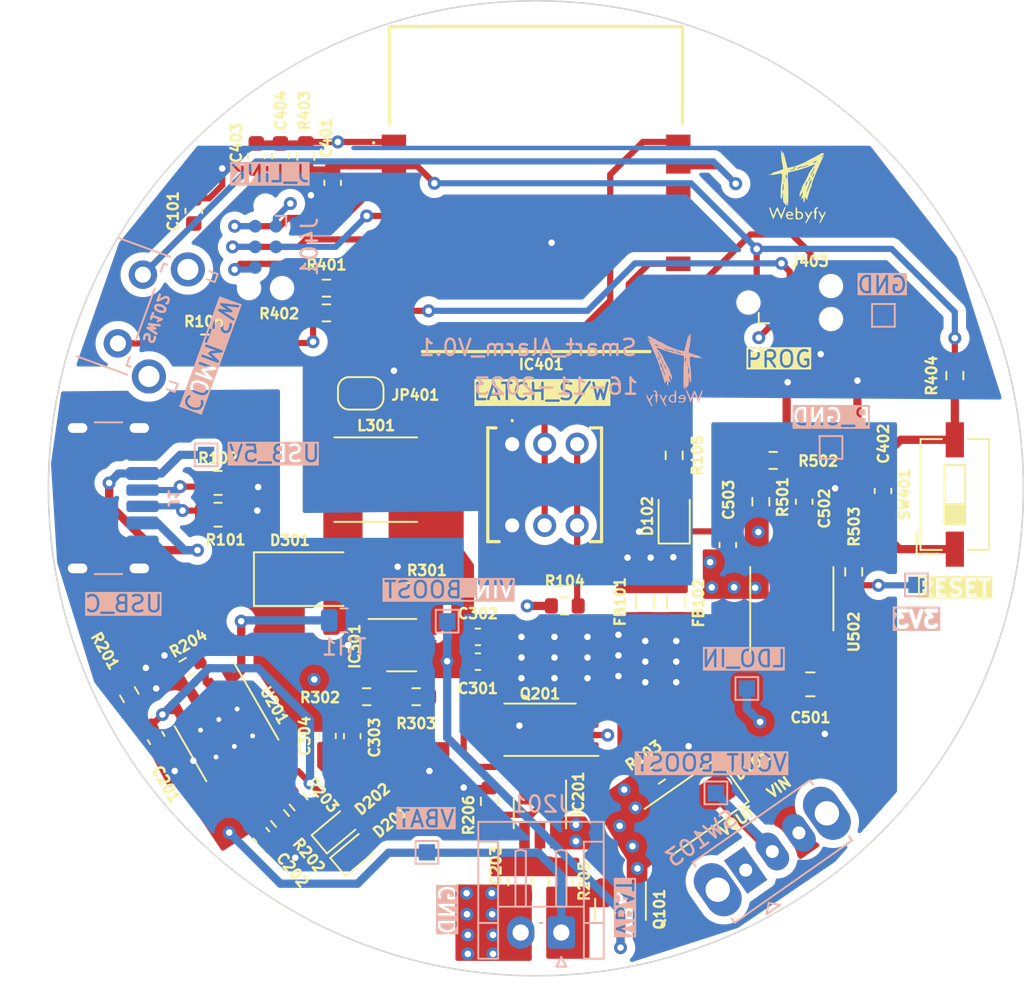
<source format=kicad_pcb>
(kicad_pcb (version 20221018) (generator pcbnew)
  (layers (0 "F.Cu" signal) (1 "In1.Cu" signal) (2 "In2.Cu" signal) (31 "B.Cu" signal) (34 "B.Paste" user) (35 "F.Paste" user) (36 "B.SilkS" user "B.Silkscreen") (37 "F.SilkS" user "F.Silkscreen") (38 "B.Mask" user) (39 "F.Mask" user) (44 "Edge.Cuts" user))
  (net 0 "")
  (net 1 "/ESP32-C3-WROOM/IO1")
  (net 2 "GND")
  (net 3 "Net-(D201-A)")
  (net 4 "GNDPWR")
  (net 5 "/TP4056/VBAT")
  (net 6 "Net-(IC201-VCC)")
  (net 7 "Net-(IC201-GND)")
  (net 8 "/5V_BOOST/VIN")
  (net 9 "/5V_BOOST/VOUT")
  (net 10 "/ESP32-C3-WROOM/EN")
  (net 11 "Net-(C402-Pad2)")
  (net 12 "+3.3V")
  (net 13 "/LDO_3V3/VIN")
  (net 14 "Net-(U502-Cdelay)")
  (net 15 "/5V")
  (net 16 "Net-(D102-A)")
  (net 17 "Net-(D201-K)")
  (net 18 "Net-(D202-K)")
  (net 19 "Net-(D301-A)")
  (net 20 "Net-(IC201-OD)")
  (net 21 "Net-(IC201-CS)")
  (net 22 "Net-(IC201-OC)")
  (net 24 "Net-(IC301-FB)")
  (net 25 "Net-(IC301-OC)")
  (net 26 "/ESP32-C3-WROOM/TMS")
  (net 27 "/ESP32-C3-WROOM/TDI")
  (net 28 "/ESP32-C3-WROOM/TCK")
  (net 29 "/ESP32-C3-WROOM/TDO")
  (net 30 "/ESP32-C3-WROOM/IO8")
  (net 31 "/ESP32-C3-WROOM/IO9")
  (net 33 "/ESP32-C3-WROOM/RXD")
  (net 34 "/ESP32-C3-WROOM/TXD")
  (net 35 "/ESP32-C3-WROOM/IO18")
  (net 36 "/ESP32-C3-WROOM/IO19")
  (net 39 "/ESP32-C3-WROOM/IO0")
  (net 40 "/CC1")
  (net 41 "Net-(U201-TEMP1)")
  (net 42 "/CC2")
  (net 43 "Net-(Q201-D12_1)")
  (net 44 "Net-(R104-Pad2)")
  (net 45 "Net-(R106-Pad2)")
  (net 46 "Net-(U201-~{STDBY})")
  (net 47 "Net-(U201-~{CHRG})")
  (net 48 "Net-(U201-PROG2)")
  (net 49 "Net-(U502-ADJ)")
  (net 50 "Net-(U502-PWRGD)")
  (footprint "Package_TO_SOT_SMD:SOT-23-6_Handsoldering" (layer "F.Cu") (at 118.6105 90.385 -90)
    (fp_text reference "IC201")
    (fp_text value "DW01+G")
  )
  (footprint "Connector:Tag-Connect_TC2030-IDC-NL_2x03_P1.27mm_Vertical" (layer "F.Cu") (at 133.985 58.928)
    (fp_text reference "J403")
    (fp_text value "PROG")
  )
  (footprint "Capacitor_SMD:C_0603_1608Metric" (layer "F.Cu") (at 97.3074 53.2892 90)
    (fp_text reference "C101")
    (fp_text value "100nF")
  )
  (footprint "Resistor_SMD:R_0603_1608Metric" (layer "F.Cu") (at 103.759 89.662 130)
    (fp_text reference "R203")
    (fp_text value "1K")
  )
  (footprint "Resistor_SMD:R_0603_1608Metric" (layer "F.Cu") (at 102.616 90.678 130)
    (fp_text reference "R202")
    (fp_text value "1K")
  )
  (footprint "Capacitor_SMD:C_0805_2012Metric" (layer "F.Cu") (at 117.4065 94.529 -90)
    (fp_text reference "C203")
    (fp_text value "100nF")
  )
  (footprint "Package_SO:SOIC-8_3.9x4.9mm_P1.27mm" (layer "F.Cu") (at 134.112 77.151 90)
    (fp_text reference "U502")
    (fp_text value "MCP1726-ADJxSN")
  )
  (footprint "Capacitor_SMD:C_0603_1608Metric" (layer "F.Cu") (at 107.061 85.611 -90)
    (fp_text reference "C303")
    (fp_text value "22uF")
  )
  (footprint "Resistor_SMD:R_0603_1608Metric" (layer "F.Cu") (at 104.204 49.911 90)
    (fp_text reference "R403")
    (fp_text value "R")
  )
  (footprint "Resistor_SMD:R_0603_1608Metric" (layer "F.Cu") (at 132.207 71.182 90)
    (fp_text reference "R501")
    (fp_text value "113k")
  )
  (footprint "Resistor_SMD:R_0603_1608Metric" (layer "F.Cu") (at 105.474 59.563)
    (fp_text reference "R402")
    (fp_text value "10k")
  )
  (footprint "Resistor_SMD:R_0805_2012Metric" (layer "F.Cu") (at 98.806 71.9836)
    (fp_text reference "R101")
    (fp_text value "5.1K")
  )
  (footprint "Package_SO:TSSOP-8_4.4x3mm_P0.65mm" (layer "F.Cu") (at 118.618 85.217 180)
    (fp_text reference "Q201")
    (fp_text value "FS8205A")
  )
  (footprint "Package_SO:HSOP-8-1EP_3.9x4.9mm_P1.27mm_EP2.41x3.1mm_ThermalVias" (layer "F.Cu") (at 99.327074 85.416467 -60)
    (fp_text reference "U201")
    (fp_text value "TP4056")
  )
  (footprint "Diode_SMD:D_SMA" (layer "F.Cu") (at 127.635 90.297 -145)
    (fp_text reference "D101")
    (fp_text value "B340")
  )
  (footprint "Resistor_SMD:R_0603_1608Metric" (layer "F.Cu") (at 126.873 68.326 -90)
    (fp_text reference "R105")
    (fp_text value "10k")
  )
  (footprint "Capacitor_SMD:C_0603_1608Metric" (layer "F.Cu") (at 105.855 51.562 90)
    (fp_text reference "C401")
    (fp_text value "C")
  )
  (footprint "Inductor_SMD:L_0805_2012Metric" (layer "F.Cu") (at 125.095 77.343 90)
    (fp_text reference "FB101")
    (fp_text value "FerriteBead")
  )
  (footprint "LED_SMD:LED_0603_1608Metric" (layer "F.Cu") (at 107.315 92.71 40)
    (fp_text reference "D201")
    (fp_text value "LED")
  )
  (footprint "Capacitor_SMD:C_0603_1608Metric" (layer "F.Cu") (at 139.7254 70.5234 90)
    (fp_text reference "C402")
    (fp_text value "C")
  )
  (footprint "Resistor_SMD:R_0805_2012Metric" (layer "F.Cu") (at 119.888 94.529 -90)
    (fp_text reference "R205")
    (fp_text value "470E")
  )
  (footprint "Resistor_SMD:R_0603_1608Metric" (layer "F.Cu") (at 97.9932 61.4172 180)
    (fp_text reference "R106")
    (fp_text value "10k")
  )
  (footprint "Resistor_SMD:R_0603_1608Metric" (layer "F.Cu") (at 105.474 58.039)
    (fp_text reference "R401")
    (fp_text value "10k")
  )
  (footprint "Capacitor_SMD:C_0603_1608Metric" (layer "F.Cu") (at 101.156 49.911 90)
    (fp_text reference "C403")
    (fp_text value "10uF")
  )
  (footprint "Capacitor_SMD:C_0603_1608Metric" (layer "F.Cu") (at 114.795 79.502)
    (fp_text reference "C302")
    (fp_text value "22uF")
  )
  (footprint "Capacitor_SMD:C_0603_1608Metric" (layer "F.Cu") (at 134.874 71.182 90)
    (fp_text reference "C502")
    (fp_text value "100nF")
  )
  (footprint "Resistor_SMD:R_0603_1608Metric" (layer "F.Cu") (at 137.922 75.5 90)
    (fp_text reference "R503")
    (fp_text value "100k")
  )
  (footprint "Webyfy:XKB7070Z92" (layer "F.Cu") (at 116.904 67.6402 90)
    (fp_text reference "SW101" hide)
    (fp_text value "Panic switch" hide)
  )
  (footprint "Capacitor_SMD:C_0603_1608Metric" (layer "F.Cu") (at 114.795 81.026)
    (fp_text reference "C301")
    (fp_text value "100nF")
  )
  (footprint "Button_Switch_SMD:SW_DIP_SPSTx01_Slide_6.7x4.1mm_W6.73mm_P2.54mm_LowProfile_JPin" (layer "F.Cu") (at 144.145 70.739 90)
    (fp_text reference "SW401")
    (fp_text value "SW_DIP_x01")
  )
  (footprint "Resistor_SMD:R_0603_1608Metric" (layer "F.Cu") (at 115.5015 89.623529 90)
    (fp_text reference "R206")
    (fp_text value "2K")
  )
  (footprint "Resistor_SMD:R_0603_1608Metric" (layer "F.Cu") (at 110.617 76.708 180)
    (fp_text reference "R301")
    (fp_text value "10K")
  )
  (footprint "Resistor_SMD:R_0603_1608Metric" (layer "F.Cu") (at 144.145 63.4238 90)
    (fp_text reference "R404")
    (fp_text value "R")
  )
  (footprint "Capacitor_SMD:C_0805_2012Metric" (layer "F.Cu") (at 135.255 82.423)
    (fp_text reference "C501")
    (fp_text value "4.7uF")
  )
  (footprint "Capacitor_SMD:C_0603_1608Metric" (layer "F.Cu") (at 101.473 91.694 -50)
    (fp_text reference "C202")
    (fp_text value "10uF")
  )
  (footprint "Custom:Webyfy_Logo_2" (layer "F.Cu") (at 134.4406 51.7152)
    (fp_text reference "G***" hide)
    (fp_text value "LOGO" hide)
  )
  (footprint "Resistor_SMD:R_0603_1608Metric" (layer "F.Cu") (at 93.345 83.058 -60)
    (fp_text reference "R201")
    (fp_text value "1K")
  )
  (footprint "Capacitor_SMD:C_0603_1608Metric" (layer "F.Cu") (at 130.175 73.849 90)
    (fp_text reference "C503")
    (fp_text value "1uF")
  )
  (footprint "LED_SMD:LED_0603_1608Metric" (layer "F.Cu") (at 106.172 91.313 40)
    (fp_text reference "D202")
    (fp_text value "LED")
  )
  (footprint "Capacitor_SMD:C_0603_1608Metric" (layer "F.Cu") (at 105.537 85.598 -90)
    (fp_text reference "C304")
    (fp_text value "100nF")
  )
  (footprint "Capacitor_SMD:C_0603_1608Metric" (layer "F.Cu") (at 102.642 49.911 90)
    (fp_text reference "C404")
    (fp_text value "100nF")
  )
  (footprint "Resistor_SMD:R_0603_1608Metric" (layer "F.Cu") (at 110.998 83.185)
    (fp_text reference "R303")
    (fp_text value "12K")
  )
  (footprint "Diode_SMD:D_SMA" (layer "F.Cu") (at 104.521 75.946)
    (fp_text reference "D301")
    (fp_text value "B340A")
  )
  (footprint "Resistor_SMD:R_0805_2012Metric" (layer "F.Cu") (at 98.806 70.0278)
    (fp_text reference "R102")
    (fp_text value "5.1K")
  )
  (footprint "Resistor_SMD:R_0603_1608Metric" (layer "F.Cu") (at 125.8162 87.976201 35)
    (fp_text reference "R103")
    (fp_text value "5.1K")
  )
  (footprint "Resistor_SMD:R_0603_1608Metric" (layer "F.Cu") (at 120.142 77.597)
    (fp_text reference "R104")
    (fp_text value "10k")
  )
  (footprint "Jumper:SolderJumper-2_P1.3mm_Open_RoundedPad1.0x1.5mm" (layer "F.Cu") (at 107.584 64.516)
    (fp_text reference "JP401")
    (fp_text value "Jumper_2_Open")
  )
  (footprint "Package_TO_SOT_SMD:SOT-23" (layer "F.Cu") (at 123.571 96.266 -90)
    (fp_text reference "Q101")
    (fp_text value "DMG2301L")
  )
  (footprint "Package_TO_SOT_SMD:SOT-23-6_Handsoldering" (layer "F.Cu") (at 110.109 80.01)
    (fp_text reference "IC301")
    (fp_text value "FP6291")
  )
  (footprint "Webyfy:ESP32C3WROOM02H4" (layer "F.Cu") (at 108.877 61.943)
    (fp_text reference "IC401")
    (fp_text value "ESP32-C3-WROOM-02-H4" hide)
  )
  (footprint "Capacitor_SMD:C_0603_1608Metric" (layer "F.Cu") (at 94.996 85.725 -60)
    (fp_text reference "C201")
    (fp_text value "10uF")
  )
  (footprint "Inductor_SMD:L_Taiyo-Yuden_MD-5050" (layer "F.Cu") (at 108.5088 69.8246 180)
    (fp_text reference "L301")
    (fp_text value "3.3uH")
  )
  (footprint "LED_SMD:LED_0805_2012Metric" (layer "F.Cu") (at 126.873 72.072 90)
    (fp_text reference "D102")
    (fp_text value "LED")
  )
  (footprint "Resistor_SMD:R_0603_1608Metric" (layer "F.Cu") (at 132.969 68.642)
    (fp_text reference "R502")
    (fp_text value "15k")
  )
  (footprint "Resistor_SMD:R_0603_1608Metric" (layer "F.Cu") (at 96.879878 81.367913 -150)
    (fp_text reference "R204")
    (fp_text value "1.2K")
  )
  (footprint "Inductor_SMD:L_0805_2012Metric" (layer "F.Cu") (at 127 77.343 90)
    (fp_text reference "FB102")
    (fp_text value "FerriteBead")
  )
  (footprint "Resistor_SMD:R_0603_1608Metric" (layer "F.Cu") (at 107.95 83.185)
    (fp_text reference "R302")
    (fp_text value "88K")
  )
  (footprint "TestPoint:TestPoint_Pad_1.0x1.0mm" (layer "B.Cu") (at 139.7508 59.7154 180)
    (fp_text reference "TP8" hide)
    (fp_text value "GND")
  )
  (footprint "TestPoint:TestPoint_Pad_1.0x1.0mm" (layer "B.Cu") (at 141.7828 76.3016 180)
    (fp_text reference "TP5" hide)
    (fp_text value "3V3")
  )
  (footprint "Button_Switch_THT:SW_Tactile_SPST_Angled_PTS645Vx58-2LFS" (layer "B.Cu") (at 94.178744 57.211822 -110)
    (fp_text reference "SW102")
    (fp_text value "SW_Push")
  )
  (footprint "Button_Switch_THT:SW_Slide_1P2T_CK_OS102011MS2Q" (layer "B.Cu") (at 131.2745 93.857153 35)
    (fp_text reference "SW103")
    (fp_text value "SW_SPDT")
  )
  (footprint "TestPoint:TestPoint_Pad_1.0x1.0mm" (layer "B.Cu") (at 131.3434 82.677 180)
    (fp_text reference "TP4" hide)
    (fp_text value "SW_OUT")
  )
  (footprint "TestPoint:TestPoint_Pad_1.0x1.0mm" (layer "B.Cu") (at 129.4384 89.1032 180)
    (fp_text reference "TP1" hide)
    (fp_text value "OUT_BOOST")
  )
  (footprint "Connector:Tag-Connect_TC2030-IDC-NL_2x03_P1.27mm_Vertical" (layer "B.Cu") (at 101.727 55.499 -90)
    (fp_text reference "J401")
    (fp_text value "JTAG")
  )
  (footprint "Connector_JST:JST_EH_S2B-EH_1x02_P2.50mm_Horizontal" (layer "B.Cu") (at 119.9265 97.6965 180)
    (fp_text reference "J201")
    (fp_text value "LI-ION BATTARY")
  )
  (footprint "Connector_USB:USB_C_Receptacle_GCT_USB4125-xx-x-0190_6P_TopMnt_Horizontal" (layer "B.Cu") (at 90.9574 70.9676 90)
    (fp_text reference "J1")
    (fp_text value "USB_C_Receptacle_PowerOnly_6P")
  )
  (footprint "Resistor_SMD:R_0805_2012Metric" (layer "B.Cu") (at 106.5549 78.486)
    (fp_text reference "TH1")
    (fp_text value "Thermistor_NTC")
  )
  (footprint "TestPoint:TestPoint_Pad_1.0x1.0mm" (layer "B.Cu") (at 111.6584 92.7608 180)
    (fp_text reference "TP2" hide)
    (fp_text value "VBAT")
  )
  (footprint "TestPoint:TestPoint_Pad_1.0x1.0mm" (layer "B.Cu") (at 136.525 67.8434 180)
    (fp_text reference "TP7" hide)
    (fp_text value "P_GND")
  )
  (footprint "Custom:Webyfy_Logo_2" (layer "B.Cu") (at 126.9 62.9928 180)
    (fp_text reference "G***" hide)
    (fp_text value "LOGO" hide)
  )
  (footprint "TestPoint:TestPoint_Pad_1.0x1.0mm" (layer "B.Cu") (at 98.0694 68.3006 180)
    (fp_text reference "TP6" hide)
    (fp_text value "5V")
  )
  (footprint "TestPoint:TestPoint_Pad_1.0x1.0mm" (layer "B.Cu") (at 112.903 78.5368 180)
    (fp_text reference "TP3" hide)
    (fp_text value "5V_BOOST")
  )
  (gr_circle (center 118.364 70.358) (end 148.364 70.358) (stroke (width 0.1)) (fill none) (layer "Edge.Cuts"))
  (gr_text "VIN_BOOST" (at 117.0686 77.1906) (layer "B.SilkS" knockout) (effects (font (size 1 1)) (justify left bottom mirror)))
  (gr_text "VOUT_BOOST" (at 133.9088 87.8586) (layer "B.SilkS" knockout) (effects (font (size 1 1)) (justify left bottom mirror)))
  (gr_text "USB_5V" (at 105.156 68.8086) (layer "B.SilkS" knockout) (effects (font (size 1 1)) (justify left bottom mirror)))
  (gr_text "3V3" (at 143.3068 79.0194) (layer "B.SilkS" knockout) (effects (font (size 1 1) (thickness 0.25) bold) (justify left bottom mirror)))
  (gr_text "GND" (at 113.538 94.6658 90) (layer "B.SilkS" knockout) (effects (font (size 1 1) (thickness 0.15) bold) (justify left bottom mirror)))
  (gr_text "LDO_IN" (at 133.8326 81.4324) (layer "B.SilkS" knockout) (effects (font (size 1 1)) (justify left bottom mirror)))
  (gr_text "Smart_Alarm_V0.1" (at 124.6632 62.2808) (layer "B.SilkS") (effects (font (size 1 1) (thickness 0.15) bold) (justify left bottom mirror)))
  (gr_text "VBAT" (at 123.2154 97.9932 -90) (layer "B.SilkS" knockout) (effects (font (size 1 1) (thickness 0.15) bold) (justify left bottom mirror)))
  (gr_text "16-11-2023" (at 124.7648 64.6684) (layer "B.SilkS") (effects (font (size 1 1) (thickness 0.15) bold) (justify left bottom mirror)))
  (gr_text "GND" (at 141.3002 58.42) (layer "B.SilkS" knockout) (effects (font (size 1 1)) (justify left bottom mirror)))
  (gr_text "J_LINK" (at 104.4956 51.5874) (layer "B.SilkS" knockout) (effects (font (size 1 1)) (justify left bottom mirror)))
  (gr_text "COMM_SW" (at 96.52 65.4812 250) (layer "B.SilkS" knockout) (effects (font (size 1 1) (thickness 0.15) bold) (justify left bottom mirror)))
  (gr_text "VBAT" (at 113.4364 91.2876) (layer "B.SilkS" knockout) (effects (font (size 1 1)) (justify left bottom mirror)))
  (gr_text "P_GND" (at 139.065 66.548) (layer "B.SilkS" knockout) (effects (font (size 1 1)) (justify left bottom mirror)))
  (gr_text "USB_C" (at 95.4786 78.0542) (layer "B.SilkS" knockout) (effects (font (size 1 1) (thickness 0.15) bold) (justify left bottom mirror)))
  (gr_text "PROG" (at 131.1656 62.992) (layer "F.SilkS" knockout) (effects (font (size 1 1) (thickness 0.15) bold) (justify left bottom)))
  (gr_text "VOUT" (at 129.921 91.8972 35) (layer "F.SilkS") (effects (font (size 0.635 0.635) (thickness 0.15) bold) (justify left bottom)))
  (gr_text "RESET" (at 141.732 77.089) (layer "F.SilkS" knockout) (effects (font (size 1 1) (thickness 0.15) bold) (justify left bottom)))
  (gr_text "VIN" (at 132.842 89.5604 35) (layer "F.SilkS") (effects (font (size 0.635 0.635) (thickness 0.15) bold) (justify left bottom)))
  (gr_text "LATCH_S/W" (at 114.427 64.9986) (layer "F.SilkS" knockout) (effects (font (size 1 1) (thickness 0.15) bold) (justify left bottom)))
  (segment (start 130.6576 51.6128) (end 129.5878 50.543) (width 0.381) (layer "F.Cu") (net 1))
  (segment (start 97.3074 54.083166) (end 97.3074 54.0642) (width 0.381) (layer "F.Cu") (net 1))
  (segment (start 129.5878 50.543) (end 127.127 50.543) (width 0.381) (layer "F.Cu") (net 1))
  (segment (start 94.178744 57.211822) (end 97.3074 54.083166) (width 0.381) (layer "F.Cu") (net 1))
  (via (at 130.6576 51.6128) (size 0.8) (drill 0.4) (layers "F.Cu" "B.Cu") (net 1))
  (segment (start 129.286 50.2412) (end 130.6576 51.6128) (width 0.381) (layer "B.Cu") (net 1))
  (segment (start 101.149366 50.2412) (end 129.286 50.2412) (width 0.381) (layer "B.Cu") (net 1))
  (segment (start 94.178744 57.211822) (end 101.149366 50.2412) (width 0.381) (layer "B.Cu") (net 1))
  (segment (start 99.06 51.7144) (end 98.2602 52.5142) (width 0.381) (layer "F.Cu") (net 2))
  (segment (start 105.855 52.337) (end 104.534 52.337) (width 0.381) (layer "F.Cu") (net 2))
  (segment (start 130.1105 73.0095) (end 130.175 73.074) (width 0.381) (layer "F.Cu") (net 2))
  (segment (start 133.858 63.8302) (end 133.794 63.8942) (width 0.508) (layer "F.Cu") (net 2))
  (segment (start 135.255 59.563) (end 135.255 61.468) (width 0.381) (layer "F.Cu") (net 2))
  (segment (start 119.337 55.243) (end 119.3312 55.243) (width 0.508) (layer "F.Cu") (net 2))
  (segment (start 139.7254 73.1012) (end 140.7282 74.104) (width 0.508) (layer "F.Cu") (net 2))
  (segment (start 126.873 73.0095) (end 124.7295 73.0095) (width 0.381) (layer "F.Cu") (net 2))
  (segment (start 140.7282 74.104) (end 144.145 74.104) (width 0.508) (layer "F.Cu") (net 2))
  (segment (start 119.3312 55.243) (end 119.3292 55.245) (width 0.508) (layer "F.Cu") (net 2))
  (segment (start 99.073 50.686) (end 102.642 50.686) (width 0.381) (layer "F.Cu") (net 2))
  (segment (start 138.2268 70.7136) (end 138.1506 70.6374) (width 0.508) (layer "F.Cu") (net 2))
  (segment (start 99.06 50.673) (end 99.06 51.7144) (width 0.381) (layer "F.Cu") (net 2))
  (segment (start 126.873 73.0095) (end 130.1105 73.0095) (width 0.381) (layer "F.Cu") (net 2))
  (segment (start 133.794 63.8942) (end 133.794 68.642) (width 0.508) (layer "F.Cu") (net 2))
  (segment (start 138.1506 70.6374) (end 138.1506 63.7286) (width 0.508) (layer "F.Cu") (net 2))
  (segment (start 98.2602 52.5142) (end 97.3074 52.5142) (width 0.381) (layer "F.Cu") (net 2))
  (segment (start 124.7295 73.0095) (end 124.714 73.025) (width 0.381) (layer "F.Cu") (net 2))
  (segment (start 104.534 52.337) (end 104.521 52.324) (width 0.381) (layer "F.Cu") (net 2))
  (segment (start 109.627 63.123) (end 108.234 64.516) (width 0.508) (layer "F.Cu") (net 2))
  (segment (start 99.06 50.673) (end 99.073 50.686) (width 0.381) (layer "F.Cu") (net 2))
  (segment (start 138.8116 71.2984) (end 138.2268 70.7136) (width 0.508) (layer "F.Cu") (net 2))
  (segment (start 135.255 61.468) (end 135.89 62.103) (width 0.381) (layer "F.Cu") (net 2))
  (segment (start 109.627 61.043) (end 109.627 63.123) (width 0.508) (layer "F.Cu") (net 2))
  (segment (start 139.7254 71.2984) (end 138.8116 71.2984) (width 0.508) (layer "F.Cu") (net 2))
  (segment (start 139.7254 71.2984) (end 139.7254 73.1012) (width 0.508) (layer "F.Cu") (net 2))
  (via (at 104.521 52.324) (size 0.8) (drill 0.4) (layers "F.Cu" "B.Cu") (net 2))
  (via (at 138.1506 63.7286) (size 0.8) (drill 0.4) (layers "F.Cu" "B.Cu") (net 2))
  (via (at 124.0028 74.6252) (size 0.8) (drill 0.4) (layers "F.Cu" "B.Cu") (net 2))
  (via (at 125.4252 74.6252) (size 0.8) (drill 0.4) (layers "F.Cu" "B.Cu") (net 2))
  (via (at 119.3292 55.245) (size 0.8) (drill 0.4) (layers "F.Cu" "B.Cu") (net 2))
  (via (at 109.627 63.123) (size 0.8) (drill 0.4) (layers "F.Cu" "B.Cu") (net 2))
  (via (at 135.89 62.103) (size 0.8) (drill 0.4) (layers "F.Cu" "B.Cu") (net 2))
  (via (at 99.06 50.673) (size 0.8) (drill 0.4) (layers "F.Cu" "B.Cu") (net 2))
  (via (at 124.714 73.025) (size 0.8) (drill 0.4) (layers "F.Cu" "B.Cu") (net 2))
  (via (at 126.8222 74.5998) (size 0.8) (drill 0.4) (layers "F.Cu" "B.Cu") (net 2))
  (via (at 133.858 63.8302) (size 0.8) (drill 0.4) (layers "F.Cu" "B.Cu") (net 2))
  (segment (start 103.725455 87.757) (end 106.77526 90.806805) (width 0.381) (layer "F.Cu") (net 3))
  (segment (start 93.7575 83.772471) (end 93.7575 84.20283) (width 0.381) (layer "F.Cu") (net 3))
  (segment (start 95.381065 84.281265) (end 94.6085 85.05383) (width 0.381) (layer "F.Cu") (net 3))
  (segment (start 107.91826 92.203805) (end 107.91826 91.949805) (width 0.381) (layer "F.Cu") (net 3))
  (segment (start 102.301852 86.758934) (end 102.301852 86.934852) (width 0.381) (layer "F.Cu") (net 3))
  (segment (start 93.7575 84.20283) (end 94.6085 85.05383) (width 0.381) (layer "F.Cu") (net 3))
  (segment (start 96.352296 84.074) (end 95.58833 84.074) (width 0.381) (layer "F.Cu") (net 3))
  (segment (start 103.124 87.757) (end 103.725455 87.757) (width 0.381) (layer "F.Cu") (net 3))
  (segment (start 102.301852 86.934852) (end 103.124 87.757) (width 0.381) (layer "F.Cu") (net 3))
  (segment (start 95.58833 84.074) (end 95.381065 84.281265) (width 0.381) (layer "F.Cu") (net 3))
  (segment (start 107.91826 91.949805) (end 106.77526 90.806805) (width 0.381) (layer "F.Cu") (net 3))
  (via (at 104.466128 88.497672) (size 0.8) (drill 0.4) (layers "F.Cu" "B.Cu") (net 3))
  (via (at 95.381065 84.281265) (size 0.8) (drill 0.4) (layers "F.Cu" "B.Cu") (net 3))
  (segment (start 104.466128 88.497672) (end 104.466128 84.628728) (width 0.508) (layer "B.Cu") (net 3))
  (segment (start 101.2698 81.4324) (end 98.22993 81.4324) (width 0.508) (layer "B.Cu") (net 3))
  (segment (start 98.22993 81.4324) (end 95.381065 84.281265) (width 0.508) (layer "B.Cu") (net 3))
  (segment (start 104.466128 84.628728) (end 101.2698 81.4324) (width 0.508) (layer "B.Cu") (net 3))
  (segment (start 136.205 82.423) (end 136.205 85.41) (width 0.381) (layer "F.Cu") (net 4))
  (segment (start 136.205 85.41) (end 136.144 85.471) (width 0.381) (layer "F.Cu") (net 4))
  (segment (start 136.205 81.341) (end 136.205 82.423) (width 0.381) (layer "F.Cu") (net 4))
  (segment (start 99.7138 70.2564) (end 101.3018 70.2564) (width 0.381) (layer "F.Cu") (net 4))
  (segment (start 94.0374 75.2076) (end 93.9574 75.2876) (width 0.508) (layer "F.Cu") (net 4))
  (segment (start 136.73 70.407) (end 136.779 70.358) (width 0.381) (layer "F.Cu") (net 4))
  (segment (start 136.017 79.626) (end 136.017 81.153) (width 0.381) (layer "F.Cu") (net 4))
  (segment (start 109.792 75.247) (end 109.855 75.184) (width 0.381) (layer "F.Cu") (net 4))
  (segment (start 102.749076 93.0656) (end 103.2256 93.0656) (width 0.381) (layer "F.Cu") (net 4))
  (segment (start 113.944529 88.798529) (end 113.919 88.773) (width 0.381) (layer "F.Cu") (net 4))
  (segment (start 111.8108 87.757) (end 111.823 87.7448) (width 0.381) (layer "F.Cu") (net 4))
  (segment (start 103.5304 93.0656) (end 103.5558 93.091) (width 0.381) (layer "F.Cu") (net 4))
  (segment (start 115.7555 84.892) (end 115.7555 85.542) (width 0.381) (layer "F.Cu") (net 4))
  (segment (start 117.277 84.892) (end 117.348 84.963) (width 0.381) (layer "F.Cu") (net 4))
  (segment (start 115.7555 84.892) (end 117.277 84.892) (width 0.381) (layer "F.Cu") (net 4))
  (segment (start 103.2256 93.0656) (end 103.5304 93.0656) (width 0.381) (layer "F.Cu") (net 4))
  (segment (start 134.874 70.407) (end 136.73 70.407) (width 0.381) (layer "F.Cu") (net 4))
  (segment (start 115.5015 88.798529) (end 113.944529 88.798529) (width 0.381) (layer "F.Cu") (net 4))
  (segment (start 101.219 71.7296) (end 99.758 71.7296) (width 0.508) (layer "F.Cu") (net 4))
  (segment (start 111.823 87.7448) (end 111.823 83.185) (width 0.381) (layer "F.Cu") (net 4))
  (segment (start 108.759 80.01) (end 106.807 80.01) (width 0.381) (layer "F.Cu") (net 4))
  (segment (start 126.492 87.503) (end 127.762 86.233) (width 0.381) (layer "F.Cu") (net 4))
  (segment (start 136.017 81.153) (end 136.205 81.341) (width 0.381) (layer "F.Cu") (net 4))
  (segment (start 109.792 76.708) (end 109.792 75.247) (width 0.381) (layer "F.Cu") (net 4))
  (segment (start 101.97116 92.287684) (end 102.749076 93.0656) (width 0.381) (layer "F.Cu") (net 4))
  (via (at 117.348 84.963) (size 0.8) (drill 0.4) (layers "F.Cu" "B.Cu") (net 4))
  (via (at 111.8108 87.757) (size 0.8) (drill 0.4) (layers "F.Cu" "B.Cu") (net 4))
  (via (at 121.539 80.772) (size 0.8) (drill 0.4) (layers "F.Cu" "B.Cu") (net 4))
  (via (at 117.475 80.772) (size 0.8) (drill 0.4) (layers "F.Cu" "B.Cu") (net 4))
  (via (at 95.504 80.645) (size 0.8) (drill 0.4) (layers "F.Cu" "B.Cu") (net 4))
  (via (at 121.539 79.502) (size 0.8) (drill 0.4) (layers "F.Cu" "B.Cu") (net 4))
  (via (at 113.919 88.773) (size 0.8) (drill 0.4) (layers "F.Cu" "B.Cu") (net 4))
  (via (at 125.095 82.296) (size 0.8) (drill 0.4) (layers "F.Cu" "B.Cu") (net 4))
  (via (at 127.762 86.233) (size 0.8) (drill 0.4) (layers "F.Cu" "B.Cu") (net 4))
  (via (at 106.807 80.01) (size 0.8) (drill 0.4) (layers "F.Cu" "B.Cu") (net 4))
  (via (at 94.996 82.677) (size 0.8) (drill 0.4) (layers "F.Cu" "B.Cu") (net 4))
  (via (at 136.144 85.471) (size 0.8) (drill 0.4) (layers "F.Cu" "B.Cu") (net 4))
  (via (at 123.444 81.915) (size 0.8) (drill 0.4) (layers "F.Cu" "B.Cu") (net 4))
  (via (at 119.507 80.772) (size 0.8) (drill 0.4) (layers "F.Cu" "B.Cu") (net 4))
  (via (at 121.539 82.042) (size 0.8) (drill 0.4) (layers "F.Cu" "B.Cu") (net 4))
  (via (at 123.444 79.375) (size 0.8) (drill 0.4) (layers "F.Cu" "B.Cu") (net 4))
  (via (at 136.779 70.358) (size 0.8) (drill 0.4) (layers "F.Cu" "B.Cu") (net 4))
  (via (at 103.5558 93.091) (size 0.8) (drill 0.4) (layers "F.Cu" "B.Cu") (net 4))
  (via (at 127 79.756) (size 0.8) (drill 0.4) (layers "F.Cu" "B.Cu") (net 4))
  (via (at 119.507 79.502) (size 0.8) (drill 0.4) (layers "F.Cu" "B.Cu") (net 4))
  (via (at 97.282 87.122) (size 0.8) (drill 0.4) (layers "F.Cu" "B.Cu") (net 4))
  (via (at 127 81.026) (size 0.8) (drill 0.4) (layers "F.Cu" "B.Cu") (net 4))
  (via (at 123.444 80.645) (size 0.8) (drill 0.4) (layers "F.Cu" "B.Cu") (net 4))
  (via (at 109.855 75.184) (size 0.8) (drill 0.4) (layers "F.Cu" "B.Cu") (net 4))
  (via (at 125.095 79.756) (size 0.8) (drill 0.4) (layers "F.Cu" "B.Cu") (net 4))
  (via (at 101.2698 70.2818) (size 0.8) (drill 0.4) (layers "F.Cu" "B.Cu") (net 4))
  (via (at 101.219 71.7296) (size 0.8) (drill 0.4) (layers "F.Cu" "B.Cu") (net 4))
  (via (at 117.475 79.502) (size 0.8) (drill 0.4) (layers "F.Cu" "B.Cu") (net 4))
  (via (at 127 82.296) (size 0.8) (drill 0.4) (layers "F.Cu" "B.Cu") (net 4))
  (via (at 94.361 81.407) (size 0.8) (drill 0.4) (layers "F.Cu" "B.Cu") (net 4))
  (via (at 117.475 82.042) (size 0.8) (drill 0.4) (layers "F.Cu" "B.Cu") (net 4))
  (via (at 96.139 87.757) (size 0.8) (drill 0.4) (layers "F.Cu" "B.Cu") (net 4))
  (via (at 119.507 82.042) (size 0.8) (drill 0.4) (layers "F.Cu" "B.Cu") (net 4))
  (via (at 125.095 81.026) (size 0.8) (drill 0.4) (layers "F.Cu" "B.Cu") (net 4))
  (via (at 99.4918 91.5416) (size 0.8) (drill 0.4) (layers "F.Cu" "B.Cu") (net 5))
  (segment (start 119.6594 93.9292) (end 118.5164 92.7862) (width 0.508) (layer "B.Cu") (net 5))
  (segment (start 119.9265 97.6965) (end 119.9265 94.1963) (width 0.508) (layer "B.Cu") (net 5))
  (segment (start 114.3254 92.7862) (end 109.2962 92.7862) (width 0.508) (layer "B.Cu") (net 5))
  (segment (start 103.9876 94.6912) (end 102.6414 94.6912) (width 0.508) (layer "B.Cu") (net 5))
  (segment (start 119.9265 94.1963) (end 119.6594 93.9292) (width 0.508) (layer "B.Cu") (net 5))
  (segment (start 102.6414 94.6912) (end 99.4918 91.5416) (width 0.508) (layer "B.Cu") (net 5))
  (segment (start 107.7976 94.2848) (end 107.3912 94.6912) (width 0.508) (layer "B.Cu") (net 5))
  (segment (start 107.3912 94.6912) (end 103.9876 94.6912) (width 0.508) (layer "B.Cu") (net 5))
  (segment (start 118.5164 92.7862) (end 114.3254 92.7862) (width 0.508) (layer "B.Cu") (net 5))
  (segment (start 109.2962 92.7862) (end 107.7976 94.2848) (width 0.508) (layer "B.Cu") (net 5))
  (segment (start 122.7758 85.542) (end 122.781 85.5472) (width 0.381) (layer "F.Cu") (net 7))
  (segment (start 121.4805 84.892) (end 121.4805 85.542) (width 0.381) (layer "F.Cu") (net 7))
  (segment (start 121.4805 85.542) (end 122.7758 85.542) (width 0.381) (layer "F.Cu") (net 7))
  (via (at 114.0968 95.2754) (size 0.8) (drill 0.4) (layers "F.Cu" "B.Cu") (net 7))
  (via (at 115.7224 97.8408) (size 0.8) (drill 0.4) (layers "F.Cu" "B.Cu") (net 7))
  (via (at 120.8278 92.075) (size 0.8) (drill 0.4) (layers "F.Cu" "B.Cu") (net 7))
  (via (at 114.173 97.8408) (size 0.8) (drill 0.4) (layers "F.Cu" "B.Cu") (net 7))
  (via (at 115.6462 95.2754) (size 0.8) (drill 0.4) (layers "F.Cu" "B.Cu") (net 7))
  (via (at 120.8278 91.059) (size 0.8) (drill 0.4) (layers "F.Cu" "B.Cu") (net 7))
  (via (at 114.1222 96.5708) (size 0.8) (drill 0.4) (layers "F.Cu" "B.Cu") (net 7))
  (via (at 115.7224 99.0092) (size 0.8) (drill 0.4) (layers "F.Cu" "B.Cu") (net 7))
  (via (at 114.173 99.0092) (size 0.8) (drill 0.4) (layers "F.Cu" "B.Cu") (net 7))
  (via (at 122.781 85.5472) (size 0.8) (drill 0.4) (layers "F.Cu" "B.Cu") (net 7))
  (via (at 115.6716 96.5708) (size 0.8) (drill 0.4) (layers "F.Cu" "B.Cu") (net 7))
  (segment (start 123.571 97.2035) (end 123.571 98.6282) (width 0.508) (layer "F.Cu") (net 8))
  (via (at 123.571 98.6282) (size 0.8) (drill 0.4) (layers "F.Cu" "B.Cu") (net 8))
  (via (at 112.903 81.0006) (size 0.8) (drill 0.4) (layers "F.Cu" "B.Cu") (net 8))
  (segment (start 123.571 98.6282) (end 123.571 96.3676) (width 0.508) (layer "B.Cu") (net 8))
  (segment (start 112.903 81.0006) (end 112.903 78.5368) (width 0.508) (layer "B.Cu") (net 8))
  (segment (start 123.571 96.3676) (end 120.3706 93.1672) (width 0.508) (layer "B.Cu") (net 8))
  (segment (start 112.903 85.6996) (end 112.903 81.0006) (width 0.508) (layer "B.Cu") (net 8))
  (segment (start 120.3706 93.1672) (end 112.903 85.6996) (width 0.508) (layer "B.Cu") (net 8))
  (segment (start 132.833457 92.71) (end 129.273304 89.149847) (width 0.508) (layer "F.Cu") (net 9))
  (via (at 104.7242 82.1182) (size 0.8) (drill 0.4) (layers "F.Cu" "B.Cu") (net 9))
  (segment (start 132.912804 92.577604) (end 129.4384 89.1032) (width 0.508) (layer "B.Cu") (net 9))
  (segment (start 132.912804 92.71) (end 132.912804 92.577604) (width 0.508) (layer "B.Cu") (net 9))
  (segment (start 111.0712 50.543) (end 109.627 50.543) (width 0.381) (layer "F.Cu") (net 10))
  (segment (start 131.953 57.531) (end 131.953 57.023) (width 0.381) (layer "F.Cu") (net 10))
  (segment (start 112.1156 51.5874) (end 111.0712 50.543) (width 0.381) (layer "F.Cu") (net 10))
  (segment (start 106.099 50.543) (end 105.855 50.787) (width 0.381) (layer "F.Cu") (net 10))
  (segment (start 104.204 50.736) (end 105.804 50.736) (width 0.381) (layer "F.Cu") (net 10))
  (segment (start 105.804 50.736) (end 105.855 50.787) (width 0.381) (layer "F.Cu") (net 10))
  (segment (start 144.145 61.1124) (end 144.145 62.5988) (width 0.381) (layer "F.Cu") (net 10))
  (segment (start 131.953 57.023) (end 131.953 55.626) (width 0.381) (layer "F.Cu") (net 10))
  (segment (start 109.627 50.543) (end 106.099 50.543) (width 0.381) (layer "F.Cu") (net 10))
  (segment (start 132.715 58.293) (end 131.953 57.531) (width 0.381) (layer "F.Cu") (net 10))
  (via (at 144.145 61.1124) (size 0.8) (drill 0.4) (layers "F.Cu" "B.Cu") (net 10))
  (via (at 112.1156 51.5874) (size 0.8) (drill 0.4) (layers "F.Cu" "B.Cu") (net 10))
  (via (at 131.953 55.626) (size 0.8) (drill 0.4) (layers "F.Cu" "B.Cu") (net 10))
  (segment (start 140.2588 55.626) (end 144.145 59.5122) (width 0.381) (layer "B.Cu") (net 10))
  (segment (start 112.1156 51.5874) (end 127.9144 51.5874) (width 0.381) (layer "B.Cu") (net 10))
  (segment (start 127.9144 51.5874) (end 131.953 55.626) (width 0.381) (layer "B.Cu") (net 10))
  (segment (start 144.145 59.5122) (end 144.145 61.1124) (width 0.381) (layer "B.Cu") (net 10))
  (segment (start 131.953 55.626) (end 140.2588 55.626) (width 0.381) (layer "B.Cu") (net 10))
  (segment (start 140.8044 67.374) (end 144.145 67.374) (width 0.508) (layer "F.Cu") (net 11))
  (segment (start 144.145 67.374) (end 144.145 64.2488) (width 0.508) (layer "F.Cu") (net 11))
  (segment (start 139.7254 69.7484) (end 139.7254 68.453) (width 0.508) (layer "F.Cu") (net 11))
  (segment (start 139.7254 68.453) (end 140.8044 67.374) (width 0.508) (layer "F.Cu") (net 11))
  (segment (start 139.444 76.325) (end 139.446 76.327) (width 0.381) (layer "F.Cu") (net 12))
  (segment (start 104.649 58.039) (end 104.649 59.563) (width 0.381) (layer "F.Cu") (net 12))
  (segment (start 119.317 77.597) (end 117.8306 77.597) (width 0.508) (layer "F.Cu") (net 12))
  (segment (start 132.715 59.563) (end 132.715 60.452) (width 0.381) (layer "F.Cu") (net 12))
  (segment (start 132.715 60.452) (end 132.08 61.087) (width 0.381) (layer "F.Cu") (net 12))
  (segment (start 98.8182 61.4172) (end 104.5718 61.4172) (width 0.381) (layer "F.Cu") (net 12))
  (segment (start 137.922 76.325) (end 139.444 76.325) (width 0.381) (layer "F.Cu") (net 12))
  (segment (start 104.154 49.136) (end 104.204 49.086) (width 0.381) (layer "F.Cu") (net 12))
  (segment (start 104.649 59.563) (end 104.649 61.34) (width 0.381) (layer "F.Cu") (net 12))
  (segment (start 104.649 61.34) (end 104.648 61.341) (width 0.381) (layer "F.Cu") (net 12))
  (segment (start 102.642 49.136) (end 104.154 49.136) (width 0.381) (layer "F.Cu") (net 12))
  (segment (start 104.247 49.043) (end 104.204 49.086) (width 0.381) (layer "F.Cu") (net 12))
  (segment (start 109.627 49.043) (end 104.247 49.043) (width 0.381) (layer "F.Cu") (net 12))
  (segment (start 104.5718 61.4172) (end 104.648 61.341) (width 0.381) (layer "F.Cu") (net 12))
  (segment (start 101.156 49.136) (end 102.642 49.136) (width 0.381) (layer "F.Cu") (net 12))
  (via (at 117.8306 77.597) (size 0.8) (drill 0.4) (layers "F.Cu" "B.Cu") (net 12))
  (via (at 139.446 76.327) (size 0.8) (drill 0.4) (layers "F.Cu" "B.Cu") (net 12))
  (via (at 132.08 61.087) (size 0.8) (drill 0.4) (layers "F.Cu" "B.Cu") (net 12))
  (via (at 106.172 49.043) (size 0.8) (drill 0.4) (layers "F.Cu" "B.Cu") (net 12))
  (via (at 129.0828 74.9046) (size 0.8) (drill 0.4) (layers "F.Cu" "B.Cu") (net 12))
  (via (at 131.8514 76.4794) (size 0.8) (drill 0.4) (layers "F.Cu" "B.Cu") (net 12))
  (via (at 130.556 76.454) (size 0.8) (drill 0.4) (layers "F.Cu" "B.Cu") (net 12))
  (via (at 132.0546 73.0504) (size 0.8) (drill 0.4) (layers "F.Cu" "B.Cu") (net 12))
  (via (at 129.1844 76.454) (size 0.8) (drill 0.4) (layers "F.Cu" "B.Cu") (net 12))
  (via (at 103.251 52.832) (size 0.8) (drill 0.4) (layers "F.Cu" "B.Cu") (net 12))
  (via (at 104.648 61.341) (size 0.8) (drill 0.4) (layers "F.Cu" "B.Cu") (net 12))
  (segment (start 102.362 54.229) (end 102.362 53.721) (width 0.381) (layer "B.Cu") (net 12))
  (segment (start 141.7574 76.327) (end 141.7828 76.3016) (width 0.381) (layer "B.Cu") (net 12))
  (segment (start 102.362 53.721) (end 103.251 52.832) (width 0.381) (layer "B.Cu") (net 12))
  (segment (start 139.446 76.327) (end 141.7574 76.327) (width 0.381) (layer "B.Cu") (net 12))
  (via (at 132.1562 84.7344) (size 0.8) (drill 0.4) (layers "F.Cu" "B.Cu") (net 13))
  (segment (start 131.3434 83.9216) (end 132.1562 84.7344) (width 0.508) (layer "B.Cu") (net 13))
  (segment (start 131.3434 82.677) (end 131.3434 83.9216) (width 0.508) (layer "B.Cu") (net 13))
  (segment (start 134.747 72.084) (end 134.874 71.957) (width 0.381) (layer "F.Cu") (net 14))
  (segment (start 134.747 74.676) (end 134.747 72.084) (width 0.381) (layer "F.Cu") (net 14))
  (segment (start 92.1004 76.2762) (end 92.1004 72.009) (width 0.508) (layer "F.Cu") (net 15))
  (segment (start 94.9198 74.168) (end 97.536 74.168) (width 0.508) (layer "F.Cu") (net 15))
  (segment (start 92.1004 70.0278) (end 92.1004 70.0024) (width 0.508) (layer "F.Cu") (net 15))
  (segment (start 92.9325 82.343529) (end 92.9325 77.1083) (width 0.508) (layer "F.Cu") (net 15))
  (segment (start 92.1004 72.009) (end 92.1004 70.0278) (width 0.508) (layer "F.Cu") (net 15))
  (segment (start 92.1004 70.0278) (end 92.1004 71.3486) (width 0.508) (layer "F.Cu") (net 15))
  (segment (start 92.1004 71.3486) (end 94.9198 74.168) (width 0.508) (layer "F.Cu") (net 15))
  (segment (start 92.9325 77.1083) (end 92.1004 76.2762) (width 0.508) (layer "F.Cu") (net 15))
  (via (at 123.5202 91.1352) (size 0.8) (drill 0.4) (layers "F.Cu" "B.Cu") (net 15))
  (via (at 97.536 74.168) (size 0.8) (drill 0.4) (layers "F.Cu" "B.Cu") (net 15))
  (via (at 123.7996 88.9) (size 0.8) (drill 0.4) (layers "F.Cu" "B.Cu") (net 15))
  (via (at 124.6124 93.7514) (size 0.8) (drill 0.4) (layers "F.Cu" "B.Cu") (net 15))
  (via (at 124.4854 90.0176) (size 0.8) (drill 0.4) (layers "F.Cu" "B.Cu") (net 15))
  (via (at 124.3076 92.3798) (size 0.8) (drill 0.4) (layers "F.Cu" "B.Cu") (net 15))
  (via (at 92.1004 70.0278) (size 0.8) (drill 0.4) (layers "F.Cu" "B.Cu") (net 15))
  (segment (start 95.0682 72.4876) (end 96.7486 74.168) (width 0.508) (layer "B.Cu") (net 15))
  (segment (start 92.6806 69.4476) (end 92.1004 70.0278) (width 0.508) (layer "B.Cu") (net 15))
  (segment (start 94.1574 72.4876) (end 95.0682 72.4876) (width 0.508) (layer "B.Cu") (net 15))
  (segment (start 94.1574 69.4476) (end 95.3222 69.4476) (width 0.508) (layer "B.Cu") (net 15))
  (segment (start 94.1574 69.4476) (end 92.6806 69.4476) (width 0.508) (layer "B.Cu") (net 15))
  (segment (start 96.7486 74.168) (end 97.536 74.168) (width 0.508) (layer "B.Cu") (net 15))
  (segment (start 96.4692 68.3006) (end 98.0694 68.3006) (width 0.508) (layer "B.Cu") (net 15))
  (segment (start 95.3222 69.4476) (end 96.4692 68.3006) (width 0.508) (layer "B.Cu") (net 15))
  (segment (start 126.873 69.151) (end 126.873 71.1345) (width 0.381) (layer "F.Cu") (net 16))
  (segment (start 105.052508 93.216195) (end 106.71174 93.216195) (width 0.381) (layer "F.Cu") (net 17))
  (segment (start 103.1463 91.309987) (end 105.052508 93.216195) (width 0.381) (layer "F.Cu") (net 17))
  (segment (start 104.2893 90.539755) (end 105.56874 91.819195) (width 0.381) (layer "F.Cu") (net 18))
  (segment (start 104.2893 90.293987) (end 104.2893 90.539755) (width 0.381) (layer "F.Cu") (net 18))
  (segment (start 119.5605 87.9575) (end 119.5605 89.035) (width 0.381) (layer "F.Cu") (net 20))
  (segment (start 123.104 84.242) (end 123.571 84.709) (width 0.381) (layer "F.Cu") (net 20))
  (segment (start 119.888 87.63) (end 119.5605 87.9575) (width 0.381) (layer "F.Cu") (net 20))
  (segment (start 123.571 84.709) (end 123.571 86.741) (width 0.381) (layer "F.Cu") (net 20))
  (segment (start 123.571 86.741) (end 122.682 87.63) (width 0.381) (layer "F.Cu") (net 20))
  (segment (start 121.4805 84.242) (end 123.104 84.242) (width 0.381) (layer "F.Cu") (net 20))
  (segment (start 122.682 87.63) (end 119.888 87.63) (width 0.381) (layer "F.Cu") (net 20))
  (segment (start 118.6105 89.9235) (end 118.085471 90.448529) (width 0.381) (layer "F.Cu") (net 21))
  (segment (start 118.6105 89.035) (end 118.6105 89.9235) (width 0.381) (layer "F.Cu") (net 21))
  (segment (start 118.085471 90.448529) (end 115.5015 90.448529) (width 0.381) (layer "F.Cu") (net 21))
  (segment (start 117.348 87.503) (end 117.6605 87.8155) (width 0.381) (layer "F.Cu") (net 22))
  (segment (start 117.6605 87.8155) (end 117.6605 89.035) (width 0.381) (layer "F.Cu") (net 22))
  (segment (start 115.7555 84.242) (end 114.386 84.242) (width 0.381) (layer "F.Cu") (net 22))
  (segment (start 114.386 84.242) (end 113.919 84.709) (width 0.381) (layer "F.Cu") (net 22))
  (segment (start 113.919 84.709) (end 113.919 86.614) (width 0.381) (layer "F.Cu") (net 22))
  (segment (start 114.808 87.503) (end 117.348 87.503) (width 0.381) (layer "F.Cu") (net 22))
  (segment (start 113.919 86.614) (end 114.808 87.503) (width 0.381) (layer "F.Cu") (net 22))
  (segment (start 108.231 52.043) (end 106.553 53.721) (width 0.381) (layer "F.Cu") (net 26))
  (segment (start 102.616 54.229) (end 99.822 54.229) (width 0.381) (layer "F.Cu") (net 26))
  (segment (start 103.124 53.721) (end 102.616 54.229) (width 0.381) (layer "F.Cu") (net 26))
  (segment (start 106.553 53.721) (end 103.124 53.721) (width 0.381) (layer "F.Cu") (net 26))
  (segment (start 109.627 52.043) (end 108.231 52.043) (width 0.381) (layer "F.Cu") (net 26))
  (via (at 99.822 54.229) (size 0.8) (drill 0.4) (layers "F.Cu" "B.Cu") (net 26))
  (segment (start 99.822 54.229) (end 101.092 54.229) (width 0.381) (layer "B.Cu") (net 26))
  (segment (start 107.95 53.594) (end 109.576 53.594) (width 0.381) (layer "F.Cu") (net 27))
  (segment (start 109.576 53.594) (end 109.627 53.543) (width 0.381) (layer "F.Cu") (net 27))
  (via (at 107.95 53.594) (size 0.8) (drill 0.4) (layers "F.Cu" "B.Cu") (net 27))
  (segment (start 106.045 55.499) (end 107.95 53.594) (width 0.381) (layer "B.Cu") (net 27))
  (segment (start 102.362 55.499) (end 106.045 55.499) (width 0.381) (layer "B.Cu") (net 27))
  (segment (start 104.215 55.043) (end 103.886 55.372) (width 0.381) (layer "F.Cu") (net 28))
  (segment (start 103.759 55.499) (end 99.695 55.499) (width 0.381) (layer "F.Cu") (net 28))
  (segment (start 103.886 55.372) (end 103.759 55.499) (width 0.381) (layer "F.Cu") (net 28))
  (segment (start 109.627 55.043) (end 104.215 55.043) (width 0.381) (layer "F.Cu") (net 28))
  (via (at 99.695 55.499) (size 0.8) (drill 0.4) (layers "F.Cu" "B.Cu") (net 28))
  (segment (start 99.695 55.499) (end 101.092 55.499) (width 0.381) (layer "B.Cu") (net 28))
  (segment (start 109.627 56.543) (end 100.175 56.543) (width 0.381) (layer "F.Cu") (net 29))
  (segment (start 100.175 56.543) (end 99.822 56.896) (width 0.381) (layer "F.Cu") (net 29))
  (via (at 99.822 56.896) (size 0.8) (drill 0.4) (layers "F.Cu" "B.Cu") (net 29))
  (segment (start 99.822 56.896) (end 100.965 56.896) (width 0.381) (layer "B.Cu") (net 29))
  (segment (start 100.965 56.896) (end 101.092 56.769) (width 0.381) (layer "B.Cu") (net 29))
  (segment (start 106.299 58.039) (end 109.623 58.039) (width 0.381) (layer "F.Cu") (net 30))
  (segment (start 109.623 58.039) (end 109.627 58.043) (width 0.381) (layer "F.Cu") (net 30))
  (segment (start 109.607 59.563) (end 109.627 59.543) (width 0.381) (layer "F.Cu") (net 31))
  (segment (start 106.299 62.23) (end 106.934 62.865) (width 0.381) (layer "F.Cu") (net 31))
  (segment (start 133.985 57.023) (end 133.477 56.515) (width 0.381) (layer "F.Cu") (net 31))
  (segment (start 111.76 59.436) (end 109.734 59.436) (width 0.381) (layer "F.Cu") (net 31))
  (segment (start 106.299 59.563) (end 106.299 62.23) (width 0.381) (layer "F.Cu") (net 31))
  (segment (start 106.934 62.865) (end 106.934 64.516) (width 0.381) (layer "F.Cu") (net 31))
  (segment (start 109.734 59.436) (end 109.627 59.543) (width 0.381) (layer "F.Cu") (net 31))
  (segment (start 106.299 59.563) (end 109.607 59.563) (width 0.381) (layer "F.Cu") (net 31))
  (segment (start 133.985 58.293) (end 133.985 57.023) (width 0.381) (layer "F.Cu") (net 31))
  (via (at 133.477 56.515) (size 0.8) (drill 0.4) (layers "F.Cu" "B.Cu") (net 31))
  (via (at 111.76 59.436) (size 0.8) (drill 0.4) (layers "F.Cu" "B.Cu") (net 31))
  (segment (start 122.174 58.801) (end 121.539 59.436) (width 0.381) (layer "B.Cu") (net 31))
  (segment (start 121.539 59.436) (end 111.76 59.436) (width 0.381) (layer "B.Cu") (net 31))
  (segment (start 133.477 56.515) (end 124.46 56.515) (width 0.381) (layer "B.Cu") (net 31))
  (segment (start 124.46 56.515) (end 122.174 58.801) (width 0.381) (layer "B.Cu") (net 31))
  (segment (start 133.985 61.087) (end 133.985 59.563) (width 0.381) (layer "F.Cu") (net 33))
  (segment (start 128.377 59.543) (end 131.191 62.357) (width 0.381) (layer "F.Cu") (net 33))
  (segment (start 131.191 62.357) (end 132.715 62.357) (width 0.381) (layer "F.Cu") (net 33))
  (segment (start 132.715 62.357) (end 133.985 61.087) (width 0.381) (layer "F.Cu") (net 33))
  (segment (start 127.127 59.543) (end 128.377 59.543) (width 0.381) (layer "F.Cu") (net 33))
  (segment (start 131.572 54.737) (end 134.112 54.737) (width 0.381) (layer "F.Cu") (net 34))
  (segment (start 134.112 54.737) (end 135.255 55.88) (width 0.381) (layer "F.Cu") (net 34))
  (segment (start 128.266 58.043) (end 131.572 54.737) (width 0.381) (layer "F.Cu") (net 34))
  (segment (start 127.127 58.043) (end 128.266 58.043) (width 0.381) (layer "F.Cu") (net 34))
  (segment (start 135.255 55.88) (end 135.255 58.293) (width 0.381) (layer "F.Cu") (net 34))
  (segment (start 124.079 62.611) (end 126.746 65.278) (width 0.381) (layer "F.Cu") (net 35))
  (segment (start 124.079 57.785) (end 124.079 62.611) (width 0.381) (layer "F.Cu") (net 35))
  (segment (start 127.127 56.543) (end 125.321 56.543) (width 0.381) (layer "F.Cu") (net 35))
  (segment (start 125.321 56.543) (end 124.079 57.785) (width 0.381) (layer "F.Cu") (net 35))
  (segment (start 126.746 65.405) (end 126.873 65.532) (width 0.381) (layer "F.Cu") (net 35))
  (segment (start 126.873 65.532) (end 126.873 67.501) (width 0.381) (layer "F.Cu") (net 35))
  (segment (start 126.746 65.278) (end 126.746 65.405) (width 0.381) (layer "F.Cu") (net 35))
  (segment (start 118.904 67.6402) (end 118.904 72.6402) (width 0.381) (layer "F.Cu") (net 39))
  (segment (start 122.936 51.054) (end 122.936 58.801) (width 0.381) (layer "F.Cu") (net 39))
  (segment (start 118.8974 67.6336) (end 118.904 67.6402) (width 0.381) (layer "F.Cu") (net 39))
  (segment (start 118.8974 62.8396) (end 118.8974 67.6336) (width 0.381) (layer "F.Cu") (net 39))
  (segment (start 127.127 49.043) (end 124.947 49.043) (width 0.381) (layer "F.Cu") (net 39))
  (segment (start 124.947 49.043) (end 122.936 51.054) (width 0.381) (layer "F.Cu") (net 39))
  (segment (start 122.936 58.801) (end 118.8974 62.8396) (width 0.381) (layer "F.Cu") (net 39))
  (segment (start 96.6216 71.7296) (end 97.981 71.7296) (width 0.381) (layer "F.Cu") (net 40))
  (via (at 96.6216 71.7296) (size 0.8) (drill 0.4) (layers "F.Cu" "B.Cu") (net 40))
  (segment (start 96.3596 71.4676) (end 96.6216 71.7296) (width 0.381) (layer "B.Cu") (net 40))
  (segment (start 94.1574 71.4676) (end 96.3596 71.4676) (width 0.381) (layer "B.Cu") (net 40))
  (segment (start 100.2284 81.2038) (end 100.2284 78.5368) (width 0.508) (layer "F.Cu") (net 41))
  (segment (start 99.651852 82.169) (end 100.2284 81.592452) (width 0.508) (layer "F.Cu") (net 41))
  (segment (start 100.2284 81.592452) (end 100.2284 81.2038) (width 0.508) (layer "F.Cu") (net 41))
  (via (at 100.2284 78.5368) (size 0.8) (drill 0.4) (layers "F.Cu" "B.Cu") (net 41))
  (segment (start 100.2284 78.5368) (end 100.2792 78.486) (width 0.508) (layer "B.Cu") (net 41))
  (segment (start 100.2792 78.486) (end 105.6424 78.486) (width 0.508) (layer "B.Cu") (net 41))
  (segment (start 97.9302 70.2564) (end 97.981 70.2056) (width 0.381) (layer "F.Cu") (net 42))
  (segment (start 96.4692 70.2564) (end 97.9302 70.2564) (width 0.381) (layer "F.Cu") (net 42))
  (via (at 96.4692 70.2564) (size 0.8) (drill 0.4) (layers "F.Cu" "B.Cu") (net 42))
  (segment (start 94.1574 70.4676) (end 96.258 70.4676) (width 0.381) (layer "B.Cu") (net 42))
  (segment (start 96.258 70.4676) (end 96.4692 70.2564) (width 0.381) (layer "B.Cu") (net 42))
  (segment (start 115.7555 86.192) (end 121.4805 86.192) (width 0.381) (layer "F.Cu") (net 43))
  (segment (start 120.904 77.534) (end 120.967 77.597) (width 0.381) (layer "F.Cu") (net 44))
  (segment (start 120.904 67.6402) (end 120.904 77.534) (width 0.381) (layer "F.Cu") (net 44))
  (segment (start 92.639653 61.440439) (end 97.144961 61.440439) (width 0.381) (layer "F.Cu") (net 45))
  (segment (start 97.144961 61.440439) (end 97.1682 61.4172) (width 0.381) (layer "F.Cu") (net 45))
  (segment (start 100.102148 88.062461) (end 102.0857 90.046013) (width 0.381) (layer "F.Cu") (net 46))
  (segment (start 100.102148 88.028934) (end 100.102148 88.062461) (width 0.381) (layer "F.Cu") (net 46))
  (segment (start 103.2287 89.030013) (end 102.463687 88.265) (width 0.381) (layer "F.Cu") (net 47))
  (segment (start 102.463687 88.265) (end 102.073066 88.265) (width 0.381) (layer "F.Cu") (net 47))
  (segment (start 102.073066 88.265) (end 101.202 87.393934) (width 0.381) (layer "F.Cu") (net 47))
  (segment (start 98.044 81.405064) (end 98.044 82.296) (width 0.381) (layer "F.Cu") (net 48))
  (segment (start 97.594349 80.955413) (end 98.044 81.405064) (width 0.381) (layer "F.Cu") (net 48))
  (segment (start 98.044 82.296) (end 98.552 82.804) (width 0.381) (layer "F.Cu") (net 48))
  (segment (start 133.477 70.866) (end 133.477 74.676) (width 0.381) (layer "F.Cu") (net 49))
  (segment (start 132.144 68.642) (end 132.144 70.294) (width 0.381) (layer "F.Cu") (net 49))
  (segment (start 132.207 70.357) (end 132.968 70.357) (width 0.381) (layer "F.Cu") (net 49))
  (segment (start 132.968 70.357) (end 133.477 70.866) (width 0.381) (layer "F.Cu") (net 49))
  (segment (start 132.144 70.294) (end 132.207 70.357) (width 0.381) (layer "F.Cu") (net 49))
  (segment (start 136.017 74.676) (end 137.921 74.676) (width 0.381) (layer "F.Cu") (net 50))
  (segment (start 137.921 74.676) (end 137.922 74.675) (width 0.381) (layer "F.Cu") (net 50))
  (zone (net 6) (net_name "Net-(IC201-VCC)") (layer "F.Cu") (priority 5) (connect_pads yes (clearance 0.5)) (min_thickness 0.25) (fill yes (thermal_gap 0.5) (thermal_bridge_width 0.5))
    (polygon (pts (xy 121.031 94.234) (xy 121.031 92.964) (xy 118.999 92.964) (xy 118.999 90.678) (xy 118.11 90.678) (xy 118.11 92.964) (xy 115.57 92.964) (xy 115.57 94.234)))
  )
  (zone (net 25) (net_name "Net-(IC301-OC)") (layer "F.Cu") (connect_pads yes (clearance 0.5)) (min_thickness 0.25) (fill yes (thermal_gap 0.5) (thermal_bridge_width 0.5))
    (polygon (pts (xy 110.871 75.946) (xy 110.871 79.375) (xy 112.776 79.375) (xy 112.776 75.946)))
  )
  (zone (net 5) (net_name "/TP4056/VBAT") (layer "F.Cu") (priority 7) (connect_pads yes (clearance 0.5)) (min_thickness 0.25) (fill yes (thermal_gap 0.5) (thermal_bridge_width 0.5))
    (polygon (pts (xy 121.285 94.869) (xy 122.301 94.361) (xy 123.317 94.361) (xy 123.317 95.631) (xy 122.809 96.139) (xy 121.666 96.139) (xy 121.666 99.314) (xy 118.999 99.314) (xy 118.999 94.869)))
  )
  (zone (net 12) (net_name "+3.3V") (layer "F.Cu") (priority 20) (connect_pads yes (clearance 0.5)) (min_thickness 0.25) (fill yes (thermal_gap 0.5) (thermal_bridge_width 0.5))
    (polygon (pts (xy 132.6896 71.501) (xy 132.6896 77.1652) (xy 128.651 77.1652) (xy 128.6256 74.1172) (xy 131.2164 74.1172) (xy 131.2164 71.4756)))
  )
  (zone (net 15) (net_name "/5V") (layer "F.Cu") (priority 6) (connect_pads yes (clearance 0.5)) (min_thickness 0.25) (fill yes (thermal_gap 0.5) (thermal_bridge_width 0.5))
    (polygon (pts (xy 125.222 95.885) (xy 125.222 93.726) (xy 127.889 91.567) (xy 125.095 87.376) (xy 121.793 89.662) (xy 123.952 93.218) (xy 123.952 95.885)))
  )
  (zone (net 8) (net_name "/5V_BOOST/VIN") (layer "F.Cu") (priority 1) (connect_pads yes (clearance 0.5)) (min_thickness 0.25) (fill yes (thermal_gap 0.5) (thermal_bridge_width 0.5))
    (polygon (pts (xy 110.49 79.629) (xy 110.49 82.042) (xy 114.554 82.042) (xy 114.554 77.089) (xy 113.157 77.089) (xy 113.157 79.629)))
  )
  (zone (net 13) (net_name "/LDO_3V3/VIN") (layer "F.Cu") (priority 4) (connect_pads yes (clearance 0.5)) (min_thickness 0.25) (fill yes (thermal_gap 0.5) (thermal_bridge_width 0.5))
    (polygon (pts (xy 135.89 92.329) (xy 133.985 89.154) (xy 135.001 84.074) (xy 135.001 78.359) (xy 129.413 78.359) (xy 129.413 83.312) (xy 132.461 90.297) (xy 134.62 93.218)))
  )
  (zone (net 5) (net_name "/TP4056/VBAT") (layer "F.Cu") (priority 11) (connect_pads yes (clearance 0.5)) (min_thickness 0.25) (fill yes (thermal_gap 0.5) (thermal_bridge_width 0.5))
    (polygon (pts (xy 96.52 88.9) (xy 99.06 92.71) (xy 101.6 91.059) (xy 99.949 89.281) (xy 98.933 87.63)))
  )
  (zone (net 4) (net_name "GNDPWR") (layer "F.Cu") (priority 16) (connect_pads yes (clearance 0.5)) (min_thickness 0.25) (fill yes (thermal_gap 0.5) (thermal_bridge_width 0.5))
    (polygon (pts (xy 94.488 86.36) (xy 96.266 85.344) (xy 97.409 85.344) (xy 100.965 83.312) (xy 101.981 85.09) (xy 95.758 88.773)))
  )
  (zone (net 9) (net_name "/5V_BOOST/VOUT") (layer "F.Cu") (priority 10) (connect_pads yes (clearance 0.5)) (min_thickness 0.25) (fill yes (thermal_gap 0.5) (thermal_bridge_width 0.5))
    (polygon (pts (xy 100.33 74.168) (xy 100.33 80.391) (xy 103.759 85.344) (xy 107.95 85.344) (xy 107.95 82.55) (xy 104.14 79.756) (xy 104.14 74.168)))
  )
  (zone (net 4) (net_name "GNDPWR") (layer "F.Cu") (priority 19) (connect_pads yes (clearance 0.5)) (min_thickness 0.25) (fill yes (thermal_gap 0.5) (thermal_bridge_width 0.5))
    (polygon (pts (xy 114.935 78.613) (xy 114.935 82.804) (xy 128.778 82.804) (xy 128.651 77.978) (xy 123.952 77.978) (xy 123.317 78.613)))
  )
  (zone (net 7) (net_name "Net-(IC201-GND)") (layer "F.Cu") (priority 9) (connect_pads yes (clearance 0.5)) (min_thickness 0.25) (fill yes (thermal_gap 0.5) (thermal_bridge_width 0.5))
    (polygon (pts (xy 119.38 90.551) (xy 121.412 90.551) (xy 122.555 92.329) (xy 122.555 92.583) (xy 119.38 92.583)))
  )
  (zone (net 19) (net_name "Net-(D301-A)") (layer "F.Cu") (priority 3) (connect_pads yes (clearance 0.5)) (min_thickness 0.25) (fill yes (thermal_gap 0.5) (thermal_bridge_width 0.5))
    (polygon (pts (xy 109.728 79.375) (xy 105.283 79.375) (xy 105.283 67.056) (xy 107.696 67.056) (xy 107.696 73.914) (xy 108.458 74.422) (xy 108.458 77.851) (xy 109.728 77.851)))
  )
  (zone (net 24) (net_name "Net-(IC301-FB)") (layer "F.Cu") (priority 12) (connect_pads yes (clearance 0.5)) (min_thickness 0.25) (fill yes (thermal_gap 0.5) (thermal_bridge_width 0.5))
    (polygon (pts (xy 107.823 80.645) (xy 107.823 81.534) (xy 108.204 81.915) (xy 108.204 83.947) (xy 110.744 83.947) (xy 110.744 82.677) (xy 109.728 82.677) (xy 109.728 80.645)))
  )
  (zone (net 7) (net_name "Net-(IC201-GND)") (layer "F.Cu") (priority 8) (connect_pads yes (clearance 0.5)) (min_thickness 0.25) (fill yes (thermal_gap 0.5) (thermal_bridge_width 0.5))
    (polygon (pts (xy 118.11 94.742) (xy 118.11 99.441) (xy 113.411 99.441) (xy 113.411 94.742)))
  )
  (zone (net 4) (net_name "GNDPWR") (layer "F.Cu") (priority 18) (connect_pads yes (clearance 0.5)) (min_thickness 0.25) (fill yes (thermal_gap 0.5) (thermal_bridge_width 0.5))
    (polygon (pts (xy 104.902 85.979) (xy 113.03 85.979) (xy 113.03 90.932) (xy 108.331 90.932) (xy 104.902 87.503)))
  )
  (zone (net 8) (net_name "/5V_BOOST/VIN") (layer "F.Cu") (priority 2) (connect_pads yes (clearance 0.5)) (min_thickness 0.25) (fill yes (thermal_gap 0.5) (thermal_bridge_width 0.5))
    (polygon (pts (xy 114.554 77.597) (xy 114.554 75.057) (xy 113.919 74.168) (xy 113.919 66.548) (xy 109.2962 66.5988) (xy 109.2962 73.8378) (xy 110.871 74.93) (xy 112.649 75.184) (xy 113.03 75.438) (xy 113.157 75.565) (xy 113.157 77.47)))
  )
  (zone (net 4) (net_name "GNDPWR") (layer "F.Cu") (priority 17) (connect_pads yes (clearance 0.5)) (min_thickness 0.25) (fill yes (thermal_gap 0.5) (thermal_bridge_width 0.5))
    (polygon (pts (xy 96.139 80.899) (xy 97.028 82.423) (xy 97.282 82.55) (xy 98.679 84.709) (xy 98.044 85.09) (xy 96.774 82.931) (xy 95.885 82.804) (xy 94.869 83.439) (xy 93.472 81.026) (xy 95.631 79.883)))
  )
  (zone (net 2) (net_name "GND") (layer "F.Cu") (priority 21) (connect_pads yes (clearance 0.5)) (min_thickness 0.25) (fill yes (thermal_gap 0.5) (thermal_bridge_width 0.5))
    (polygon (pts (xy 127.7112 72.3392) (xy 127.7112 76.8096) (xy 123.317 76.8096) (xy 123.317 72.3392)))
  )
  (zone (net 4) (net_name "GNDPWR") (layers "In1.Cu" "B.Cu") (priority 13) (connect_pads yes (clearance 0.5)) (min_thickness 0.25) (fill yes (thermal_gap 0.5) (thermal_bridge_width 0.5))
    (polygon (pts (xy 89.535 64.389) (xy 102.616 64.262) (xy 102.616 73.406) (xy 113.919 73.406) (xy 113.919 78.105) (xy 129.159 78.105) (xy 129.159 66.294) (xy 140.589 66.294) (xy 140.589 89.027) (xy 136.779 93.345) (xy 130.81 97.409) (xy 123.317 99.822) (xy 115.697 99.949) (xy 108.077 98.171) (xy 99.568 93.091) (xy 91.186 82.296) (xy 88.9 74.93) (xy 88.519 68.834) (xy 89.154 64.389)))
  )
  (zone (net 2) (net_name "GND") (layers "In1.Cu" "B.Cu") (priority 14) (connect_pads yes (clearance 0.5)) (min_thickness 0.25) (fill yes (thermal_gap 0.5) (thermal_bridge_width 0.5))
    (polygon (pts (xy 90.043 62.865) (xy 104.013 62.865) (xy 104.013 71.882) (xy 114.808 71.755) (xy 114.808 76.327) (xy 128.016 76.327) (xy 128.016 64.77) (xy 147.066 64.897) (xy 144.272 56.134) (xy 138.938 49.276) (xy 97.536 49.276) (xy 92.71 55.245)))
  )
)
</source>
